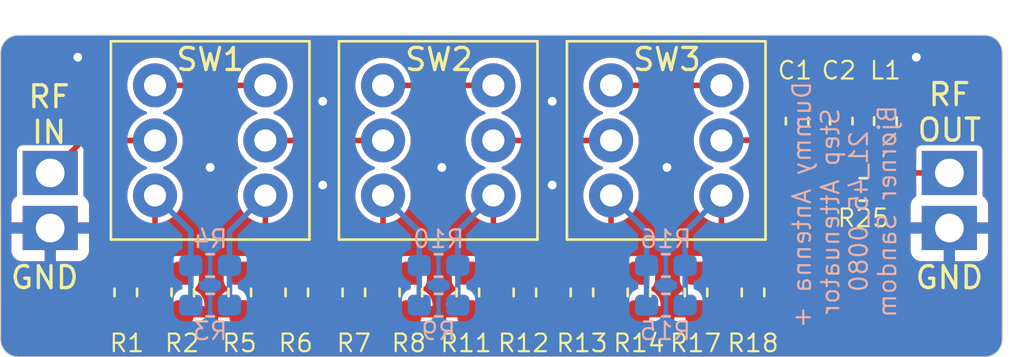
<source format=kicad_pcb>
(kicad_pcb (version 20221018) (generator pcbnew)
  (title_block (title "StepAttenuator_DummyAntenna") (company "Retronics - Bjørner Sandom"))
  (layers (0 "F.Cu" signal) (31 "B.Cu" signal) (34 "B.Paste" user) (35 "F.Paste" user) (36 "B.SilkS" user "B.Silkscreen") (37 "F.SilkS" user "F.Silkscreen") (38 "B.Mask" user) (39 "F.Mask" user) (44 "Edge.Cuts" user))
  (net 0 "")
  (net 1 "GND")
  (net 2 "Net-(SW3B-B)")
  (net 3 "Net-(J1-Pin_1)")
  (net 4 "Net-(J2-Pin_1)")
  (net 5 "Net-(SW1A-C)")
  (net 6 "Net-(SW1B-C)")
  (net 7 "Net-(SW2A-C)")
  (net 8 "Net-(SW2B-C)")
  (net 9 "Net-(SW3A-C)")
  (net 10 "Net-(SW3B-C)")
  (net 11 "Net-(C1-Pad1)")
  (net 12 "Net-(C2-Pad1)")
  (net 13 "Net-(SW1A-A)")
  (net 14 "Net-(SW1B-B)")
  (net 15 "Net-(SW2A-A)")
  (net 16 "Net-(SW2B-B)")
  (net 17 "Net-(SW3A-A)")
  (footprint "Retronics_Switches:SW_Toggle_DPDT_2MD1T1B1M2QES-5" (layer "F.Cu") (at 155 68.275)
    (fp_text reference "SW1" (at 2.5 -6.175) (layer "F.SilkS"))
    (fp_text value "SW_DPDT_x2")
    (fp_line (start -2 -7) (end 7 -7) (stroke (width 0.12)) (layer "F.SilkS"))
    (fp_line (start -2 2) (end -2 -7) (stroke (width 0.12)) (layer "F.SilkS"))
    (fp_line (start -2 2) (end 7 2) (stroke (width 0.12)) (layer "F.SilkS"))
    (fp_line (start 7 -7) (end 7 2) (stroke (width 0.12)) (layer "F.SilkS"))
    (pad "1" thru_hole circle (at 0 -5) (size 2 2) (drill 1) (layers "*.Cu" "*.Mask") (net 13 "Net-(SW1A-A)"))
    (pad "2" thru_hole circle (at 0 -2.5) (size 2 2) (drill 1) (layers "*.Cu" "*.Mask") (net 3 "Net-(J1-Pin_1)"))
    (pad "3" thru_hole circle (at 0 0) (size 2 2) (drill 1) (layers "*.Cu" "*.Mask") (net 5 "Net-(SW1A-C)"))
    (pad "4" thru_hole circle (at 5 -5) (size 2 2) (drill 1) (layers "*.Cu" "*.Mask") (net 13 "Net-(SW1A-A)"))
    (pad "5" thru_hole circle (at 5 -2.5) (size 2 2) (drill 1) (layers "*.Cu" "*.Mask") (net 14 "Net-(SW1B-B)"))
    (pad "6" thru_hole circle (at 5 0) (size 2 2) (drill 1) (layers "*.Cu" "*.Mask") (net 6 "Net-(SW1B-C)"))
  )
  (footprint "Capacitor_SMD:C_0603_1608Metric_Pad1.08x0.95mm_HandSolder" (layer "F.Cu") (at 184.1 64.9 -90)
    (fp_text reference "C1" (at -2.3 0.1 180) (layer "F.SilkS") (effects (font (size 0.8 0.8) (thickness 0.1))))
    (fp_text value "200pF")
    (fp_line (start -0.146267 -0.51) (end 0.146267 -0.51) (stroke (width 0.12)) (layer "F.SilkS"))
    (fp_line (start -0.146267 0.51) (end 0.146267 0.51) (stroke (width 0.12)) (layer "F.SilkS"))
    (pad "1" smd roundrect (at -0.8625 0 270) (size 1.075 0.95) (layers "F.Cu" "F.Paste" "F.Mask") (net 11 "Net-(C1-Pad1)"))
    (pad "2" smd roundrect (at 0.8625 0 270) (size 1.075 0.95) (layers "F.Cu" "F.Paste" "F.Mask") (net 2 "Net-(SW3B-B)"))
  )
  (footprint "Capacitor_SMD:C_0603_1608Metric_Pad1.08x0.95mm_HandSolder" (layer "F.Cu") (at 186.1 64.9 90)
    (fp_text reference "C2" (at 2.3 -0.111905 180) (layer "F.SilkS") (effects (font (size 0.8 0.8) (thickness 0.1))))
    (fp_text value "390pF")
    (fp_line (start -0.146267 -0.51) (end 0.146267 -0.51) (stroke (width 0.12)) (layer "F.SilkS"))
    (fp_line (start -0.146267 0.51) (end 0.146267 0.51) (stroke (width 0.12)) (layer "F.SilkS"))
    (pad "1" smd roundrect (at -0.8625 0 90) (size 1.075 0.95) (layers "F.Cu" "F.Paste" "F.Mask") (net 12 "Net-(C2-Pad1)"))
    (pad "2" smd roundrect (at 0.8625 0 90) (size 1.075 0.95) (layers "F.Cu" "F.Paste" "F.Mask") (net 11 "Net-(C1-Pad1)"))
  )
  (footprint "Inductor_SMD:L_0603_1608Metric_Pad1.05x0.95mm_HandSolder" (layer "F.Cu") (at 188.1 64.9 -90)
    (fp_text reference "L1" (at -2.3 0 180) (layer "F.SilkS") (effects (font (size 0.8 0.8) (thickness 0.1))))
    (fp_text value "22µH")
    (fp_line (start -0.171267 -0.51) (end 0.171267 -0.51) (stroke (width 0.12)) (layer "F.SilkS"))
    (fp_line (start -0.171267 0.51) (end 0.171267 0.51) (stroke (width 0.12)) (layer "F.SilkS"))
    (pad "1" smd roundrect (at -0.875 0 270) (size 1.05 0.95) (layers "F.Cu" "F.Paste" "F.Mask") (net 11 "Net-(C1-Pad1)"))
    (pad "2" smd roundrect (at 0.875 0 270) (size 1.05 0.95) (layers "F.Cu" "F.Paste" "F.Mask") (net 4 "Net-(J2-Pin_1)"))
  )
  (footprint "Resistor_SMD:R_0603_1608Metric_Pad1.05x0.95mm_HandSolder" (layer "F.Cu") (at 164.01136 72.675 90)
    (fp_text reference "R7" (at -2.3 0 180) (layer "F.SilkS") (effects (font (size 0.8 0.8) (thickness 0.1))))
    (fp_text value "2.7kΩ")
    (fp_line (start -0.171267 -0.51) (end 0.171267 -0.51) (stroke (width 0.12)) (layer "F.SilkS"))
    (fp_line (start -0.171267 0.51) (end 0.171267 0.51) (stroke (width 0.12)) (layer "F.SilkS"))
    (pad "1" smd roundrect (at -0.875 0 90) (size 1.05 0.95) (layers "F.Cu" "F.Paste" "F.Mask") (net 1 "GND"))
    (pad "2" smd roundrect (at 0.875 0 90) (size 1.05 0.95) (layers "F.Cu" "F.Paste" "F.Mask") (net 7 "Net-(SW2A-C)"))
  )
  (footprint "Resistor_SMD:R_0603_1608Metric_Pad1.05x0.95mm_HandSolder" (layer "F.Cu") (at 166.59545 72.675 90)
    (fp_text reference "R8" (at -2.3 -0.09545 180) (layer "F.SilkS") (effects (font (size 0.8 0.8) (thickness 0.1))))
    (fp_text value "100Ω")
    (fp_line (start -0.171267 -0.51) (end 0.171267 -0.51) (stroke (width 0.12)) (layer "F.SilkS"))
    (fp_line (start -0.171267 0.51) (end 0.171267 0.51) (stroke (width 0.12)) (layer "F.SilkS"))
    (pad "1" smd roundrect (at -0.875 0 90) (size 1.05 0.95) (layers "F.Cu" "F.Paste" "F.Mask") (net 1 "GND"))
    (pad "2" smd roundrect (at 0.875 0 90) (size 1.05 0.95) (layers "F.Cu" "F.Paste" "F.Mask") (net 7 "Net-(SW2A-C)"))
  )
  (footprint "Resistor_SMD:R_0603_1608Metric_Pad1.05x0.95mm_HandSolder" (layer "F.Cu") (at 169.17954 72.675 90)
    (fp_text reference "R11" (at -2.3 -0.08571 180) (layer "F.SilkS") (effects (font (size 0.8 0.8) (thickness 0.1))))
    (fp_text value "100Ω")
    (fp_line (start -0.171267 -0.51) (end 0.171267 -0.51) (stroke (width 0.12)) (layer "F.SilkS"))
    (fp_line (start -0.171267 0.51) (end 0.171267 0.51) (stroke (width 0.12)) (layer "F.SilkS"))
    (pad "1" smd roundrect (at -0.875 0 90) (size 1.05 0.95) (layers "F.Cu" "F.Paste" "F.Mask") (net 1 "GND"))
    (pad "2" smd roundrect (at 0.875 0 90) (size 1.05 0.95) (layers "F.Cu" "F.Paste" "F.Mask") (net 8 "Net-(SW2B-C)"))
  )
  (footprint "Resistor_SMD:R_0603_1608Metric_Pad1.05x0.95mm_HandSolder" (layer "F.Cu") (at 171.76363 72.675 90)
    (fp_text reference "R12" (at -2.3 -0.06363 180) (layer "F.SilkS") (effects (font (size 0.8 0.8) (thickness 0.1))))
    (fp_text value "2.7kΩ")
    (fp_line (start -0.171267 -0.51) (end 0.171267 -0.51) (stroke (width 0.12)) (layer "F.SilkS"))
    (fp_line (start -0.171267 0.51) (end 0.171267 0.51) (stroke (width 0.12)) (layer "F.SilkS"))
    (pad "1" smd roundrect (at -0.875 0 90) (size 1.05 0.95) (layers "F.Cu" "F.Paste" "F.Mask") (net 1 "GND"))
    (pad "2" smd roundrect (at 0.875 0 90) (size 1.05 0.95) (layers "F.Cu" "F.Paste" "F.Mask") (net 8 "Net-(SW2B-C)"))
  )
  (footprint "Resistor_SMD:R_0603_1608Metric_Pad1.05x0.95mm_HandSolder" (layer "F.Cu") (at 174.34772 72.675 90)
    (fp_text reference "R13" (at -2.3 0 180) (layer "F.SilkS") (effects (font (size 0.8 0.8) (thickness 0.1))))
    (fp_text value "680Ω")
    (fp_line (start -0.171267 -0.51) (end 0.171267 -0.51) (stroke (width 0.12)) (layer "F.SilkS"))
    (fp_line (start -0.171267 0.51) (end 0.171267 0.51) (stroke (width 0.12)) (layer "F.SilkS"))
    (pad "1" smd roundrect (at -0.875 0 90) (size 1.05 0.95) (layers "F.Cu" "F.Paste" "F.Mask") (net 1 "GND"))
    (pad "2" smd roundrect (at 0.875 0 90) (size 1.05 0.95) (layers "F.Cu" "F.Paste" "F.Mask") (net 9 "Net-(SW3A-C)"))
  )
  (footprint "Resistor_SMD:R_0603_1608Metric_Pad1.05x0.95mm_HandSolder" (layer "F.Cu") (at 176.93181 72.675 90)
    (fp_text reference "R14" (at -2.3 0 180) (layer "F.SilkS") (effects (font (size 0.8 0.8) (thickness 0.1))))
    (fp_text value "68Ω")
    (fp_line (start -0.171267 -0.51) (end 0.171267 -0.51) (stroke (width 0.12)) (layer "F.SilkS"))
    (fp_line (start -0.171267 0.51) (end 0.171267 0.51) (stroke (width 0.12)) (layer "F.SilkS"))
    (pad "1" smd roundrect (at -0.875 0 90) (size 1.05 0.95) (layers "F.Cu" "F.Paste" "F.Mask") (net 1 "GND"))
    (pad "2" smd roundrect (at 0.875 0 90) (size 1.05 0.95) (layers "F.Cu" "F.Paste" "F.Mask") (net 9 "Net-(SW3A-C)"))
  )
  (footprint "Resistor_SMD:R_0603_1608Metric_Pad1.05x0.95mm_HandSolder" (layer "F.Cu") (at 179.5159 72.675 90)
    (fp_text reference "R17" (at -2.3 -0.0159 180) (layer "F.SilkS") (effects (font (size 0.8 0.8) (thickness 0.1))))
    (fp_text value "68Ω")
    (fp_line (start -0.171267 -0.51) (end 0.171267 -0.51) (stroke (width 0.12)) (layer "F.SilkS"))
    (fp_line (start -0.171267 0.51) (end 0.171267 0.51) (stroke (width 0.12)) (layer "F.SilkS"))
    (pad "1" smd roundrect (at -0.875 0 90) (size 1.05 0.95) (layers "F.Cu" "F.Paste" "F.Mask") (net 1 "GND"))
    (pad "2" smd roundrect (at 0.875 0 90) (size 1.05 0.95) (layers "F.Cu" "F.Paste" "F.Mask") (net 10 "Net-(SW3B-C)"))
  )
  (footprint "Resistor_SMD:R_0603_1608Metric_Pad1.05x0.95mm_HandSolder" (layer "F.Cu") (at 182.1 72.675 90)
    (fp_text reference "R18" (at -2.3 0 180) (layer "F.SilkS") (effects (font (size 0.8 0.8) (thickness 0.1))))
    (fp_text value "680Ω")
    (fp_line (start -0.171267 -0.51) (end 0.171267 -0.51) (stroke (width 0.12)) (layer "F.SilkS"))
    (fp_line (start -0.171267 0.51) (end 0.171267 0.51) (stroke (width 0.12)) (layer "F.SilkS"))
    (pad "1" smd roundrect (at -0.875 0 90) (size 1.05 0.95) (layers "F.Cu" "F.Paste" "F.Mask") (net 1 "GND"))
    (pad "2" smd roundrect (at 0.875 0 90) (size 1.05 0.95) (layers "F.Cu" "F.Paste" "F.Mask") (net 10 "Net-(SW3B-C)"))
  )
  (footprint "Resistor_SMD:R_0603_1608Metric_Pad1.05x0.95mm_HandSolder" (layer "F.Cu") (at 187.1 68)
    (fp_text reference "R25" (at 0 1.3) (layer "F.SilkS") (effects (font (size 0.8 0.8) (thickness 0.1))))
    (fp_text value "390Ω")
    (fp_line (start -0.171267 -0.51) (end 0.171267 -0.51) (stroke (width 0.12)) (layer "F.SilkS"))
    (fp_line (start -0.171267 0.51) (end 0.171267 0.51) (stroke (width 0.12)) (layer "F.SilkS"))
    (pad "1" smd roundrect (at -0.875 0) (size 1.05 0.95) (layers "F.Cu" "F.Paste" "F.Mask") (net 12 "Net-(C2-Pad1)"))
    (pad "2" smd roundrect (at 0.875 0) (size 1.05 0.95) (layers "F.Cu" "F.Paste" "F.Mask") (net 4 "Net-(J2-Pin_1)"))
  )
  (footprint "Retronics_Switches:SW_Toggle_DPDT_2MD1T1B1M2QES-5" (layer "F.Cu") (at 165.333333 68.275)
    (fp_text reference "SW2" (at 2.533334 -6.175) (layer "F.SilkS"))
    (fp_text value "SW_DPDT_x2")
    (fp_line (start -2 -7) (end 7 -7) (stroke (width 0.12)) (layer "F.SilkS"))
    (fp_line (start -2 2) (end -2 -7) (stroke (width 0.12)) (layer "F.SilkS"))
    (fp_line (start -2 2) (end 7 2) (stroke (width 0.12)) (layer "F.SilkS"))
    (fp_line (start 7 -7) (end 7 2) (stroke (width 0.12)) (layer "F.SilkS"))
    (pad "1" thru_hole circle (at 0 -5) (size 2 2) (drill 1) (layers "*.Cu" "*.Mask") (net 15 "Net-(SW2A-A)"))
    (pad "2" thru_hole circle (at 0 -2.5) (size 2 2) (drill 1) (layers "*.Cu" "*.Mask") (net 14 "Net-(SW1B-B)"))
    (pad "3" thru_hole circle (at 0 0) (size 2 2) (drill 1) (layers "*.Cu" "*.Mask") (net 7 "Net-(SW2A-C)"))
    (pad "4" thru_hole circle (at 5 -5) (size 2 2) (drill 1) (layers "*.Cu" "*.Mask") (net 15 "Net-(SW2A-A)"))
    (pad "5" thru_hole circle (at 5 -2.5) (size 2 2) (drill 1) (layers "*.Cu" "*.Mask") (net 16 "Net-(SW2B-B)"))
    (pad "6" thru_hole circle (at 5 0) (size 2 2) (drill 1) (layers "*.Cu" "*.Mask") (net 8 "Net-(SW2B-C)"))
  )
  (footprint "Retronics_Switches:SW_Toggle_DPDT_2MD1T1B1M2QES-5" (layer "F.Cu") (at 175.666666 68.275)
    (fp_text reference "SW3" (at 2.533334 -6.175) (layer "F.SilkS"))
    (fp_text value "SW_DPDT_x2")
    (fp_line (start -2 -7) (end 7 -7) (stroke (width 0.12)) (layer "F.SilkS"))
    (fp_line (start -2 2) (end -2 -7) (stroke (width 0.12)) (layer "F.SilkS"))
    (fp_line (start -2 2) (end 7 2) (stroke (width 0.12)) (layer "F.SilkS"))
    (fp_line (start 7 -7) (end 7 2) (stroke (width 0.12)) (layer "F.SilkS"))
    (pad "1" thru_hole circle (at 0 -5) (size 2 2) (drill 1) (layers "*.Cu" "*.Mask") (net 17 "Net-(SW3A-A)"))
    (pad "2" thru_hole circle (at 0 -2.5) (size 2 2) (drill 1) (layers "*.Cu" "*.Mask") (net 16 "Net-(SW2B-B)"))
    (pad "3" thru_hole circle (at 0 0) (size 2 2) (drill 1) (layers "*.Cu" "*.Mask") (net 9 "Net-(SW3A-C)"))
    (pad "4" thru_hole circle (at 5 -5) (size 2 2) (drill 1) (layers "*.Cu" "*.Mask") (net 17 "Net-(SW3A-A)"))
    (pad "5" thru_hole circle (at 5 -2.5) (size 2 2) (drill 1) (layers "*.Cu" "*.Mask") (net 2 "Net-(SW3B-B)"))
    (pad "6" thru_hole circle (at 5 0) (size 2 2) (drill 1) (layers "*.Cu" "*.Mask") (net 10 "Net-(SW3B-C)"))
  )
  (footprint "Resistor_SMD:R_0603_1608Metric_Pad1.05x0.95mm_HandSolder" (layer "F.Cu") (at 158.84318 72.675 90)
    (fp_text reference "R5" (at -2.3 -0.016666 180) (layer "F.SilkS") (effects (font (size 0.8 0.8) (thickness 0.1))))
    (fp_text value "100Ω")
    (fp_line (start -0.171267 -0.51) (end 0.171267 -0.51) (stroke (width 0.12)) (layer "F.SilkS"))
    (fp_line (start -0.171267 0.51) (end 0.171267 0.51) (stroke (width 0.12)) (layer "F.SilkS"))
    (pad "1" smd roundrect (at -0.875 0 90) (size 1.05 0.95) (layers "F.Cu" "F.Paste" "F.Mask") (net 1 "GND"))
    (pad "2" smd roundrect (at 0.875 0 90) (size 1.05 0.95) (layers "F.Cu" "F.Paste" "F.Mask") (net 6 "Net-(SW1B-C)"))
  )
  (footprint "Resistor_SMD:R_0603_1608Metric_Pad1.05x0.95mm_HandSolder" (layer "F.Cu") (at 161.42727 72.675 90)
    (fp_text reference "R6" (at -2.3 -0.05 180) (layer "F.SilkS") (effects (font (size 0.8 0.8) (thickness 0.1))))
    (fp_text value "2.7kΩ")
    (fp_line (start -0.171267 -0.51) (end 0.171267 -0.51) (stroke (width 0.12)) (layer "F.SilkS"))
    (fp_line (start -0.171267 0.51) (end 0.171267 0.51) (stroke (width 0.12)) (layer "F.SilkS"))
    (pad "1" smd roundrect (at -0.875 0 90) (size 1.05 0.95) (layers "F.Cu" "F.Paste" "F.Mask") (net 1 "GND"))
    (pad "2" smd roundrect (at 0.875 0 90) (size 1.05 0.95) (layers "F.Cu" "F.Paste" "F.Mask") (net 6 "Net-(SW1B-C)"))
  )
  (footprint "Resistor_SMD:R_0603_1608Metric_Pad1.05x0.95mm_HandSolder" (layer "F.Cu") (at 156.25909 72.675 90)
    (fp_text reference "R2" (at -2.3 -0.033333 180) (layer "F.SilkS") (effects (font (size 0.8 0.8) (thickness 0.1))))
    (fp_text value "100Ω")
    (fp_line (start -0.171267 -0.51) (end 0.171267 -0.51) (stroke (width 0.12)) (layer "F.SilkS"))
    (fp_line (start -0.171267 0.51) (end 0.171267 0.51) (stroke (width 0.12)) (layer "F.SilkS"))
    (pad "1" smd roundrect (at -0.875 0 90) (size 1.05 0.95) (layers "F.Cu" "F.Paste" "F.Mask") (net 1 "GND"))
    (pad "2" smd roundrect (at 0.875 0 90) (size 1.05 0.95) (layers "F.Cu" "F.Paste" "F.Mask") (net 5 "Net-(SW1A-C)"))
  )
  (footprint "Resistor_SMD:R_0603_1608Metric_Pad1.05x0.95mm_HandSolder" (layer "F.Cu") (at 153.675 72.675 90)
    (fp_text reference "R1" (at -2.3 0.05 180) (layer "F.SilkS") (effects (font (size 0.8 0.8) (thickness 0.1))))
    (fp_text value "2.7kΩ")
    (fp_line (start -0.171267 -0.51) (end 0.171267 -0.51) (stroke (width 0.12)) (layer "F.SilkS"))
    (fp_line (start -0.171267 0.51) (end 0.171267 0.51) (stroke (width 0.12)) (layer "F.SilkS"))
    (pad "1" smd roundrect (at -0.875 0 90) (size 1.05 0.95) (layers "F.Cu" "F.Paste" "F.Mask") (net 1 "GND"))
    (pad "2" smd roundrect (at 0.875 0 90) (size 1.05 0.95) (layers "F.Cu" "F.Paste" "F.Mask") (net 5 "Net-(SW1A-C)"))
  )
  (footprint "myDevices:SolderWirePad_1.3" (layer "F.Cu") (at 191 67.25 90)
    (fp_text reference "J2" hide)
    (fp_text value "Conn_01x01")
    (pad "1" thru_hole rect (at 0 0 90) (size 2 2.5) (drill 1.3) (layers "*.Cu" "*.Mask") (net 4 "Net-(J2-Pin_1)"))
  )
  (footprint "myDevices:SolderWirePad_1.3" (layer "F.Cu") (at 191 69.75 90)
    (fp_text reference "J3" hide)
    (fp_text value "Conn_01x01")
    (pad "1" thru_hole rect (at 0 0 90) (size 2 2.5) (drill 1.3) (layers "*.Cu" "*.Mask") (net 1 "GND"))
  )
  (footprint "myDevices:SolderWirePad_1.3" (layer "F.Cu") (at 150.25 67.25 90)
    (fp_text reference "J1" hide)
    (fp_text value "Conn_01x01")
    (pad "1" thru_hole rect (at 0 0 90) (size 2 2.5) (drill 1.3) (layers "*.Cu" "*.Mask") (net 3 "Net-(J1-Pin_1)"))
  )
  (footprint "myDevices:SolderWirePad_1.3" (layer "F.Cu") (at 150.25 69.75 90)
    (fp_text reference "J4" hide)
    (fp_text value "Conn_01x01")
    (pad "1" thru_hole rect (at 0 0 90) (size 2 2.5) (drill 1.3) (layers "*.Cu" "*.Mask") (net 1 "GND"))
  )
  (footprint "Resistor_SMD:R_0603_1608Metric_Pad1.05x0.95mm_HandSolder" (layer "B.Cu") (at 167.85 73.25 180)
    (fp_text reference "R9" (at 0 -1.175) (layer "B.SilkS") (effects (font (size 0.8 0.8) (thickness 0.1)) (justify mirror)))
    (fp_text value "560Ω")
    (fp_line (start -0.171267 -0.51) (end 0.171267 -0.51) (stroke (width 0.12)) (layer "B.SilkS"))
    (fp_line (start -0.171267 0.51) (end 0.171267 0.51) (stroke (width 0.12)) (layer "B.SilkS"))
    (pad "1" smd roundrect (at -0.875 0 180) (size 1.05 0.95) (layers "B.Cu" "B.Paste" "B.Mask") (net 8 "Net-(SW2B-C)"))
    (pad "2" smd roundrect (at 0.875 0 180) (size 1.05 0.95) (layers "B.Cu" "B.Paste" "B.Mask") (net 7 "Net-(SW2A-C)"))
  )
  (footprint "Resistor_SMD:R_0603_1608Metric_Pad1.05x0.95mm_HandSolder" (layer "B.Cu") (at 167.85 71.45 180)
    (fp_text reference "R10" (at 0 1.2025) (layer "B.SilkS") (effects (font (size 0.8 0.8) (thickness 0.1)) (justify mirror)))
    (fp_text value "82Ω")
    (fp_line (start -0.171267 -0.51) (end 0.171267 -0.51) (stroke (width 0.12)) (layer "B.SilkS"))
    (fp_line (start -0.171267 0.51) (end 0.171267 0.51) (stroke (width 0.12)) (layer "B.SilkS"))
    (pad "1" smd roundrect (at -0.875 0 180) (size 1.05 0.95) (layers "B.Cu" "B.Paste" "B.Mask") (net 8 "Net-(SW2B-C)"))
    (pad "2" smd roundrect (at 0.875 0 180) (size 1.05 0.95) (layers "B.Cu" "B.Paste" "B.Mask") (net 7 "Net-(SW2A-C)"))
  )
  (footprint "Resistor_SMD:R_0603_1608Metric_Pad1.05x0.95mm_HandSolder" (layer "B.Cu") (at 157.5 71.45 180)
    (fp_text reference "R4" (at 0 1.2) (layer "B.SilkS") (effects (font (size 0.8 0.8) (thickness 0.11)) (justify mirror)))
    (fp_text value "82Ω")
    (fp_line (start -0.171267 -0.51) (end 0.171267 -0.51) (stroke (width 0.12)) (layer "B.SilkS"))
    (fp_line (start -0.171267 0.51) (end 0.171267 0.51) (stroke (width 0.12)) (layer "B.SilkS"))
    (pad "1" smd roundrect locked (at -0.875 0 180) (size 1.05 0.95) (layers "B.Cu" "B.Paste" "B.Mask") (net 6 "Net-(SW1B-C)"))
    (pad "2" smd roundrect locked (at 0.875 0 180) (size 1.05 0.95) (layers "B.Cu" "B.Paste" "B.Mask") (net 5 "Net-(SW1A-C)"))
  )
  (footprint "Resistor_SMD:R_0603_1608Metric_Pad1.05x0.95mm_HandSolder" (layer "B.Cu") (at 157.5 73.25 180)
    (fp_text reference "R3" (at 0 -1.175) (layer "B.SilkS") (effects (font (size 0.8 0.8) (thickness 0.1)) (justify mirror)))
    (fp_text value "560Ω")
    (fp_line (start -0.171267 -0.51) (end 0.171267 -0.51) (stroke (width 0.12)) (layer "B.SilkS"))
    (fp_line (start -0.171267 0.51) (end 0.171267 0.51) (stroke (width 0.12)) (layer "B.SilkS"))
    (pad "1" smd roundrect locked (at -0.875 0 180) (size 1.05 0.95) (layers "B.Cu" "B.Paste" "B.Mask") (net 6 "Net-(SW1B-C)"))
    (pad "2" smd roundrect locked (at 0.875 0 180) (size 1.05 0.95) (layers "B.Cu" "B.Paste" "B.Mask") (net 5 "Net-(SW1A-C)"))
  )
  (footprint "Resistor_SMD:R_0603_1608Metric_Pad1.05x0.95mm_HandSolder" (layer "B.Cu") (at 178.15 71.45 180)
    (fp_text reference "R16" (at 0 1.2025) (layer "B.SilkS") (effects (font (size 0.8 0.8) (thickness 0.1)) (justify mirror)))
    (fp_text value "390Ω")
    (fp_line (start -0.171267 -0.51) (end 0.171267 -0.51) (stroke (width 0.12)) (layer "B.SilkS"))
    (fp_line (start -0.171267 0.51) (end 0.171267 0.51) (stroke (width 0.12)) (layer "B.SilkS"))
    (pad "1" smd roundrect (at -0.875 0 180) (size 1.05 0.95) (layers "B.Cu" "B.Paste" "B.Mask") (net 10 "Net-(SW3B-C)"))
    (pad "2" smd roundrect (at 0.875 0 180) (size 1.05 0.95) (layers "B.Cu" "B.Paste" "B.Mask") (net 9 "Net-(SW3A-C)"))
  )
  (footprint "Resistor_SMD:R_0603_1608Metric_Pad1.05x0.95mm_HandSolder" (layer "B.Cu") (at 178.15 73.25 180)
    (fp_text reference "R15" (at 0.025 -1.175) (layer "B.SilkS") (effects (font (size 0.8 0.8) (thickness 0.1)) (justify mirror)))
    (fp_text value "680Ω")
    (fp_line (start -0.171267 -0.51) (end 0.171267 -0.51) (stroke (width 0.12)) (layer "B.SilkS"))
    (fp_line (start -0.171267 0.51) (end 0.171267 0.51) (stroke (width 0.12)) (layer "B.SilkS"))
    (pad "1" smd roundrect (at -0.875 0 180) (size 1.05 0.95) (layers "B.Cu" "B.Paste" "B.Mask") (net 10 "Net-(SW3B-C)"))
    (pad "2" smd roundrect (at 0.875 0 180) (size 1.05 0.95) (layers "B.Cu" "B.Paste" "B.Mask") (net 9 "Net-(SW3A-C)"))
  )
  (gr_line (start 148 74.8) (end 148 61.8) (stroke (width 0.05)) (layer "Edge.Cuts"))
  (gr_arc (start 192.6 61) (mid 193.165685 61.234315) (end 193.4 61.8) (stroke (width 0.05)) (layer "Edge.Cuts"))
  (gr_line (start 192.6 75.6) (end 148.8 75.6) (stroke (width 0.05)) (layer "Edge.Cuts"))
  (gr_arc (start 148 61.8) (mid 148.234315 61.234315) (end 148.8 61) (stroke (width 0.05)) (layer "Edge.Cuts"))
  (gr_arc (start 193.4 74.8) (mid 193.165685 75.365685) (end 192.6 75.6) (stroke (width 0.05)) (layer "Edge.Cuts"))
  (gr_line (start 193.4 61.8) (end 193.4 74.8) (stroke (width 0.05)) (layer "Edge.Cuts"))
  (gr_arc (start 148.8 75.6) (mid 148.234315 75.365685) (end 148 74.8) (stroke (width 0.05)) (layer "Edge.Cuts"))
  (gr_line (start 148.8 61) (end 192.6 61) (stroke (width 0.05)) (layer "Edge.Cuts"))
  (gr_text "Dummy Antenna + \nStep Attenuator\n21_45_0080\nBjørner Sandom\n" (at 186.25 69 90) (layer "B.SilkS") (effects (font (size 0.8 0.8) (thickness 0.1)) (justify mirror)))
  (gr_text "RF\nOUT" (at 191 64.5) (layer "F.SilkS") (effects (font (size 1 1))))
  (gr_text "GND" (at 191 72) (layer "F.SilkS") (effects (font (size 1 1))))
  (gr_text "GND" (at 150 72) (layer "F.SilkS") (effects (font (size 1 1))))
  (gr_text "RF\nIN" (at 150.2 64.6) (layer "F.SilkS") (effects (font (size 1 1))))
  (via (at 178.2 67) (size 0.8) (drill 0.4) (layers "F.Cu" "B.Cu") (net 1))
  (via (at 162.6 67.8) (size 0.8) (drill 0.4) (layers "F.Cu" "B.Cu") (net 1))
  (via (at 157.5 67) (size 0.8) (drill 0.4) (layers "F.Cu" "B.Cu") (net 1))
  (via (at 189.5 62) (size 0.8) (drill 0.4) (layers "F.Cu" "B.Cu") (net 1))
  (via (at 151.5 62) (size 0.8) (drill 0.4) (layers "F.Cu" "B.Cu") (net 1))
  (via (at 162.6 64) (size 0.8) (drill 0.4) (layers "F.Cu" "B.Cu") (net 1))
  (via (at 168 67) (size 0.8) (drill 0.4) (layers "F.Cu" "B.Cu") (net 1))
  (via (at 173 64) (size 0.8) (drill 0.4) (layers "F.Cu" "B.Cu") (net 1))
  (via (at 173 67.8) (size 0.8) (drill 0.4) (layers "F.Cu" "B.Cu") (net 1))
  (segment (start 184.1 65.7625) (end 180.679166 65.7625) (width 0.25) (layer "F.Cu") (net 2))
  (segment (start 180.679166 65.7625) (end 180.666666 65.775) (width 0.25) (layer "F.Cu") (net 2))
  (segment (start 151.725 65.775) (end 150.25 67.25) (width 0.25) (layer "F.Cu") (net 3))
  (segment (start 155 65.775) (end 151.725 65.775) (width 0.25) (layer "F.Cu") (net 3))
  (segment (start 191 67.25) (end 188.2 67.25) (width 0.25) (layer "F.Cu") (net 4))
  (segment (start 188.1 65.775) (end 188.1 67.1) (width 0.25) (layer "F.Cu") (net 4))
  (segment (start 188.1 67.15) (end 188.1 67.875) (width 0.25) (layer "F.Cu") (net 4))
  (segment (start 188.1 67.1) (end 188.1 67.15) (width 0.25) (layer "F.Cu") (net 4))
  (segment (start 188.2 67.25) (end 188.1 67.15) (width 0.25) (layer "F.Cu") (net 4))
  (segment (start 188.1 67.875) (end 187.975 68) (width 0.25) (layer "F.Cu") (net 4))
  (segment (start 153.675 71.8) (end 155 71.8) (width 0.25) (layer "F.Cu") (net 5))
  (segment (start 155 68.275) (end 155 71.8) (width 0.25) (layer "F.Cu") (net 5))
  (segment (start 155 71.8) (end 156.25909 71.8) (width 0.25) (layer "F.Cu") (net 5))
  (segment (start 156.625 73.25) (end 156.625 71.45) (width 0.25) (layer "B.Cu") (net 5))
  (segment (start 156.625 71.45) (end 156.625 69.9) (width 0.25) (layer "B.Cu") (net 5))
  (segment (start 156.625 69.9) (end 155 68.275) (width 0.25) (layer "B.Cu") (net 5))
  (segment (start 159.8 71.8) (end 161.42727 71.8) (width 0.25) (layer "F.Cu") (net 6))
  (segment (start 158.84318 71.8) (end 159.8 71.8) (width 0.25) (layer "F.Cu") (net 6))
  (segment (start 160 68.275) (end 160 71.6) (width 0.25) (layer "F.Cu") (net 6))
  (segment (start 160 71.6) (end 159.8 71.8) (width 0.25) (layer "F.Cu") (net 6))
  (segment (start 158.375 73.25) (end 158.375 71.45) (width 0.25) (layer "B.Cu") (net 6))
  (segment (start 158.375 69.9) (end 160 68.275) (width 0.25) (layer "B.Cu") (net 6))
  (segment (start 158.375 71.45) (end 158.375 69.9) (width 0.25) (layer "B.Cu") (net 6))
  (segment (start 164.01136 71.8) (end 165.2 71.8) (width 0.25) (layer "F.Cu") (net 7))
  (segment (start 165.333333 71.666667) (end 165.2 71.8) (width 0.25) (layer "F.Cu") (net 7))
  (segment (start 165.2 71.8) (end 166.59545 71.8) (width 0.25) (layer "F.Cu") (net 7))
  (segment (start 165.333333 68.275) (end 165.333333 71.666667) (width 0.25) (layer "F.Cu") (net 7))
  (segment (start 166.975 69.916667) (end 165.333333 68.275) (width 0.25) (layer "B.Cu") (net 7))
  (segment (start 166.975 71.45) (end 166.975 73.25) (width 0.25) (layer "B.Cu") (net 7))
  (segment (start 166.975 71.45) (end 166.975 69.916667) (width 0.25) (layer "B.Cu") (net 7))
  (segment (start 169.17954 71.8) (end 170.2 71.8) (width 0.25) (layer "F.Cu") (net 8))
  (segment (start 170.333333 71.666667) (end 170.2 71.8) (width 0.25) (layer "F.Cu") (net 8))
  (segment (start 170.2 71.8) (end 171.76363 71.8) (width 0.25) (layer "F.Cu") (net 8))
  (segment (start 170.333333 68.275) (end 170.333333 71.666667) (width 0.25) (layer "F.Cu") (net 8))
  (segment (start 168.725 71.45) (end 168.725 73.25) (width 0.25) (layer "B.Cu") (net 8))
  (segment (start 168.725 71.45) (end 168.725 69.883333) (width 0.25) (layer "B.Cu") (net 8))
  (segment (start 168.725 69.883333) (end 170.333333 68.275) (width 0.25) (layer "B.Cu") (net 8))
  (segment (start 175.666666 71.733334) (end 175.6 71.8) (width 0.25) (layer "F.Cu") (net 9))
  (segment (start 174.34772 71.8) (end 175.6 71.8) (width 0.25) (layer "F.Cu") (net 9))
  (segment (start 175.666666 68.275) (end 175.666666 71.733334) (width 0.25) (layer "F.Cu") (net 9))
  (segment (start 175.6 71.8) (end 176.93181 71.8) (width 0.25) (layer "F.Cu") (net 9))
  (segment (start 177.275 71.45) (end 177.275 69.883334) (width 0.25) (layer "B.Cu") (net 9))
  (segment (start 177.275 71.45) (end 177.275 73.25) (width 0.25) (layer "B.Cu") (net 9))
  (segment (start 177.275 69.883334) (end 175.666666 68.275) (width 0.25) (layer "B.Cu") (net 9))
  (segment (start 180.7 71.8) (end 182.1 71.8) (width 0.25) (layer "F.Cu") (net 10))
  (segment (start 179.5159 71.8) (end 180.4 71.8) (width 0.25) (layer "F.Cu") (net 10))
  (segment (start 180.666666 71.766666) (end 180.7 71.8) (width 0.25) (layer "F.Cu") (net 10))
  (segment (start 180.666666 68.275) (end 180.666666 71.766666) (width 0.25) (layer "F.Cu") (net 10))
  (segment (start 180.4 71.8) (end 180.7 71.8) (width 0.25) (layer "F.Cu") (net 10))
  (segment (start 179.025 69.916666) (end 180.666666 68.275) (width 0.25) (layer "B.Cu") (net 10))
  (segment (start 179.025 71.45) (end 179.025 69.916666) (width 0.25) (layer "B.Cu") (net 10))
  (segment (start 179.025 73.25) (end 179.025 71.45) (width 0.25) (layer "B.Cu") (net 10))
  (segment (start 188.0875 64.0375) (end 188.1 64.025) (width 0.25) (layer "F.Cu") (net 11))
  (segment (start 184.1 64.0375) (end 188.0875 64.0375) (width 0.25) (layer "F.Cu") (net 11))
  (segment (start 186.1 67.875) (end 186.225 68) (width 0.25) (layer "F.Cu") (net 12))
  (segment (start 186.1 65.7625) (end 186.1 67.875) (width 0.25) (layer "F.Cu") (net 12))
  (segment (start 160 63.275) (end 155 63.275) (width 0.25) (layer "F.Cu") (net 13))
  (segment (start 165.333333 65.775) (end 160 65.775) (width 0.25) (layer "F.Cu") (net 14))
  (segment (start 170.333333 63.275) (end 165.333333 63.275) (width 0.25) (layer "F.Cu") (net 15))
  (segment (start 175.666666 65.775) (end 170.333333 65.775) (width 0.25) (layer "F.Cu") (net 16))
  (segment (start 180.666666 63.275) (end 175.666666 63.275) (width 0.25) (layer "F.Cu") (net 17))
  (zone (net 1) (net_name "GND") (layer "F.Cu") (connect_pads (clearance 0.254)) (min_thickness 0.127) (fill yes (thermal_gap 0.508) (thermal_bridge_width 0.508))
    (polygon (pts (xy 193.4 75.6) (xy 148 75.6) (xy 148 61) (xy 193.4 61)))
  )
  (zone (net 1) (net_name "GND") (layer "B.Cu") (connect_pads (clearance 0.254)) (min_thickness 0.127) (fill yes (thermal_gap 0.508) (thermal_bridge_width 0.508))
    (polygon (pts (xy 193.4 75.6) (xy 148.05 75.6) (xy 148 61) (xy 193.5 61)))
  )
)
</source>
